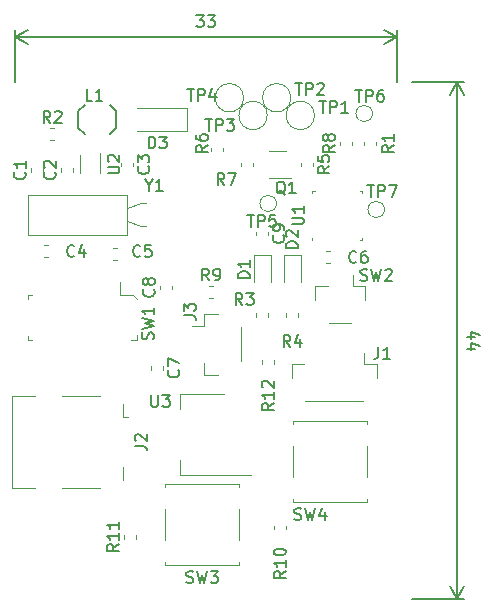
<source format=gbr>
G04 #@! TF.GenerationSoftware,KiCad,Pcbnew,5.1.2-f72e74a~84~ubuntu18.04.1*
G04 #@! TF.CreationDate,2019-05-19T10:24:28+02:00*
G04 #@! TF.ProjectId,lowpower,6c6f7770-6f77-4657-922e-6b696361645f,rev?*
G04 #@! TF.SameCoordinates,Original*
G04 #@! TF.FileFunction,Legend,Top*
G04 #@! TF.FilePolarity,Positive*
%FSLAX46Y46*%
G04 Gerber Fmt 4.6, Leading zero omitted, Abs format (unit mm)*
G04 Created by KiCad (PCBNEW 5.1.2-f72e74a~84~ubuntu18.04.1) date 2019-05-19 10:24:28*
%MOMM*%
%LPD*%
G04 APERTURE LIST*
%ADD10C,0.150000*%
%ADD11C,0.120000*%
%ADD12C,0.152400*%
%ADD13C,0.100000*%
G04 APERTURE END LIST*
D10*
X75707976Y-44507380D02*
X76327023Y-44507380D01*
X75993690Y-44888333D01*
X76136547Y-44888333D01*
X76231785Y-44935952D01*
X76279404Y-44983571D01*
X76327023Y-45078809D01*
X76327023Y-45316904D01*
X76279404Y-45412142D01*
X76231785Y-45459761D01*
X76136547Y-45507380D01*
X75850833Y-45507380D01*
X75755595Y-45459761D01*
X75707976Y-45412142D01*
X76660357Y-44507380D02*
X77279404Y-44507380D01*
X76946071Y-44888333D01*
X77088928Y-44888333D01*
X77184166Y-44935952D01*
X77231785Y-44983571D01*
X77279404Y-45078809D01*
X77279404Y-45316904D01*
X77231785Y-45412142D01*
X77184166Y-45459761D01*
X77088928Y-45507380D01*
X76803214Y-45507380D01*
X76707976Y-45459761D01*
X76660357Y-45412142D01*
X60325000Y-46355000D02*
X92710000Y-46355000D01*
X60325000Y-50165000D02*
X60325000Y-45768579D01*
X92710000Y-50165000D02*
X92710000Y-45768579D01*
X92710000Y-46355000D02*
X91583496Y-46941421D01*
X92710000Y-46355000D02*
X91583496Y-45768579D01*
X60325000Y-46355000D02*
X61451504Y-46941421D01*
X60325000Y-46355000D02*
X61451504Y-45768579D01*
X99304285Y-71786785D02*
X98637619Y-71786785D01*
X99685238Y-71548690D02*
X98970952Y-71310595D01*
X98970952Y-71929642D01*
X99304285Y-72739166D02*
X98637619Y-72739166D01*
X99685238Y-72501071D02*
X98970952Y-72262976D01*
X98970952Y-72882023D01*
X97790000Y-50165000D02*
X97790000Y-93980000D01*
X93980000Y-50165000D02*
X98376421Y-50165000D01*
X93980000Y-93980000D02*
X98376421Y-93980000D01*
X97790000Y-93980000D02*
X97203579Y-92853496D01*
X97790000Y-93980000D02*
X98376421Y-92853496D01*
X97790000Y-50165000D02*
X97203579Y-51291504D01*
X97790000Y-50165000D02*
X98376421Y-51291504D01*
D11*
X80770000Y-62829221D02*
X80770000Y-63154779D01*
X81790000Y-62829221D02*
X81790000Y-63154779D01*
X70986000Y-62352000D02*
X71436000Y-62352000D01*
X69836000Y-61947000D02*
X70986000Y-62352000D01*
X70986000Y-60452000D02*
X71436000Y-60452000D01*
X69836000Y-60857000D02*
X70986000Y-60452000D01*
X69836000Y-63102000D02*
X69836000Y-59702000D01*
X61436000Y-63102000D02*
X69836000Y-63102000D01*
X61436000Y-59702000D02*
X61436000Y-63102000D01*
X69836000Y-59702000D02*
X61436000Y-59702000D01*
X82298000Y-74051279D02*
X82298000Y-73725721D01*
X81278000Y-74051279D02*
X81278000Y-73725721D01*
X70614000Y-88834279D02*
X70614000Y-88508721D01*
X69594000Y-88834279D02*
X69594000Y-88508721D01*
X83314000Y-88046779D02*
X83314000Y-87721221D01*
X82294000Y-88046779D02*
X82294000Y-87721221D01*
X91632000Y-60960000D02*
G75*
G03X91632000Y-60960000I-700000J0D01*
G01*
X90616000Y-52832000D02*
G75*
G03X90616000Y-52832000I-700000J0D01*
G01*
X82488000Y-60452000D02*
G75*
G03X82488000Y-60452000I-700000J0D01*
G01*
X85700000Y-53000000D02*
G75*
G03X85700000Y-53000000I-1200000J0D01*
G01*
X74940000Y-52340000D02*
X70640000Y-52340000D01*
X74940000Y-54340000D02*
X74940000Y-52340000D01*
X70640000Y-54340000D02*
X74940000Y-54340000D01*
X76773721Y-68455000D02*
X77099279Y-68455000D01*
X76773721Y-67435000D02*
X77099279Y-67435000D01*
X73662000Y-67726779D02*
X73662000Y-67401221D01*
X72642000Y-67726779D02*
X72642000Y-67401221D01*
X71880000Y-74233721D02*
X71880000Y-74559279D01*
X72900000Y-74233721D02*
X72900000Y-74559279D01*
X88824000Y-70590000D02*
X86944000Y-70590000D01*
X85774000Y-67470000D02*
X86824000Y-67470000D01*
X85774000Y-68620000D02*
X85774000Y-67470000D01*
X88944000Y-67470000D02*
X88944000Y-66480000D01*
X89994000Y-67470000D02*
X88944000Y-67470000D01*
X89994000Y-68620000D02*
X89994000Y-67470000D01*
X79480000Y-70950000D02*
X79480000Y-73830000D01*
X76360000Y-75000000D02*
X76360000Y-73950000D01*
X77510000Y-75000000D02*
X76360000Y-75000000D01*
X76360000Y-70830000D02*
X75370000Y-70830000D01*
X76360000Y-69780000D02*
X76360000Y-70830000D01*
X77510000Y-69780000D02*
X76360000Y-69780000D01*
X89816000Y-77194000D02*
X84936000Y-77194000D01*
X83766000Y-74074000D02*
X84816000Y-74074000D01*
X83766000Y-75224000D02*
X83766000Y-74074000D01*
X89936000Y-74074000D02*
X89936000Y-73084000D01*
X90986000Y-74074000D02*
X89936000Y-74074000D01*
X90986000Y-75224000D02*
X90986000Y-74074000D01*
D12*
X68937000Y-52588000D02*
X68367740Y-52113617D01*
X66252260Y-52113617D02*
X65683000Y-52588000D01*
X65683000Y-52588000D02*
X65683000Y-54092000D01*
X65683000Y-54092000D02*
X66252260Y-54566383D01*
X68367740Y-54566383D02*
X68937000Y-54092000D01*
X68937000Y-54092000D02*
X68937000Y-52588000D01*
D13*
X70665000Y-68554000D02*
X70315000Y-68179000D01*
X70315000Y-68179000D02*
X69215000Y-68179000D01*
X69215000Y-68179000D02*
X69215000Y-67129000D01*
X70190000Y-72029000D02*
X70665000Y-72029000D01*
X70665000Y-72029000D02*
X70665000Y-71629000D01*
X61415000Y-68554000D02*
X61415000Y-68179000D01*
X61415000Y-68179000D02*
X61765000Y-68179000D01*
X61815000Y-72029000D02*
X61415000Y-72029000D01*
X61415000Y-72029000D02*
X61415000Y-71654000D01*
D11*
X83700000Y-51500000D02*
G75*
G03X83700000Y-51500000I-1200000J0D01*
G01*
X79700000Y-51500000D02*
G75*
G03X79700000Y-51500000I-1200000J0D01*
G01*
X81700000Y-53000000D02*
G75*
G03X81700000Y-53000000I-1200000J0D01*
G01*
X81850000Y-58310000D02*
X83750000Y-58310000D01*
X83250000Y-55990000D02*
X81850000Y-55990000D01*
X84580000Y-56987221D02*
X84580000Y-57312779D01*
X85600000Y-56987221D02*
X85600000Y-57312779D01*
X77980000Y-55717221D02*
X77980000Y-56042779D01*
X76960000Y-55717221D02*
X76960000Y-56042779D01*
X79500000Y-56987221D02*
X79500000Y-57312779D01*
X80520000Y-56987221D02*
X80520000Y-57312779D01*
X87882000Y-55534779D02*
X87882000Y-55209221D01*
X88902000Y-55534779D02*
X88902000Y-55209221D01*
X83845000Y-83596000D02*
X83845000Y-80996000D01*
X90145000Y-78846000D02*
X90145000Y-79096000D01*
X83845000Y-78846000D02*
X90145000Y-78846000D01*
X83845000Y-79096000D02*
X83845000Y-78846000D01*
X90145000Y-80996000D02*
X90145000Y-83596000D01*
X83845000Y-85746000D02*
X83845000Y-85496000D01*
X90145000Y-85746000D02*
X83845000Y-85746000D01*
X90145000Y-85496000D02*
X90145000Y-85746000D01*
X79350000Y-90830000D02*
X79350000Y-91080000D01*
X79350000Y-91080000D02*
X73050000Y-91080000D01*
X73050000Y-91080000D02*
X73050000Y-90830000D01*
X79350000Y-86330000D02*
X79350000Y-88930000D01*
X73050000Y-84430000D02*
X73050000Y-84180000D01*
X73050000Y-84180000D02*
X79350000Y-84180000D01*
X79350000Y-84180000D02*
X79350000Y-84430000D01*
X73050000Y-88930000D02*
X73050000Y-86330000D01*
X62740000Y-57795279D02*
X62740000Y-57469721D01*
X61720000Y-57795279D02*
X61720000Y-57469721D01*
X64260000Y-57795279D02*
X64260000Y-57469721D01*
X65280000Y-57795279D02*
X65280000Y-57469721D01*
X69340000Y-56987221D02*
X69340000Y-57312779D01*
X70360000Y-56987221D02*
X70360000Y-57312779D01*
X63154779Y-65026000D02*
X62829221Y-65026000D01*
X63154779Y-64006000D02*
X62829221Y-64006000D01*
X68971279Y-64260000D02*
X68645721Y-64260000D01*
X68971279Y-65280000D02*
X68645721Y-65280000D01*
X87030779Y-65534000D02*
X86705221Y-65534000D01*
X87030779Y-64514000D02*
X86705221Y-64514000D01*
X60130000Y-84560000D02*
X60130000Y-76740000D01*
X69450000Y-78540000D02*
X69880000Y-78540000D01*
X60130000Y-84560000D02*
X62080000Y-84560000D01*
X64300000Y-84560000D02*
X67530000Y-84560000D01*
X69450000Y-82760000D02*
X69450000Y-83840000D01*
X69450000Y-77460000D02*
X69450000Y-78540000D01*
X64300000Y-76740000D02*
X67530000Y-76740000D01*
X60130000Y-76740000D02*
X62080000Y-76740000D01*
X80545000Y-64783500D02*
X80545000Y-67068500D01*
X82015000Y-64783500D02*
X80545000Y-64783500D01*
X82015000Y-67068500D02*
X82015000Y-64783500D01*
X84555000Y-67068500D02*
X84555000Y-64783500D01*
X84555000Y-64783500D02*
X83085000Y-64783500D01*
X83085000Y-64783500D02*
X83085000Y-67068500D01*
X85520000Y-59583000D02*
X85520000Y-59358000D01*
X85520000Y-59358000D02*
X85745000Y-59358000D01*
X89740000Y-63353000D02*
X89740000Y-63578000D01*
X89740000Y-63578000D02*
X89515000Y-63578000D01*
X89740000Y-59583000D02*
X89740000Y-59358000D01*
X89740000Y-59358000D02*
X89515000Y-59358000D01*
X85520000Y-63353000D02*
X85520000Y-63578000D01*
X67585000Y-56205000D02*
X67585000Y-57905000D01*
X65885000Y-56355000D02*
X65885000Y-57905000D01*
X74290000Y-76600000D02*
X74290000Y-77860000D01*
X74290000Y-83420000D02*
X74290000Y-82160000D01*
X78050000Y-76600000D02*
X74290000Y-76600000D01*
X80300000Y-83420000D02*
X74290000Y-83420000D01*
X84330000Y-70038279D02*
X84330000Y-69712721D01*
X83310000Y-70038279D02*
X83310000Y-69712721D01*
X89914000Y-55534779D02*
X89914000Y-55209221D01*
X90934000Y-55534779D02*
X90934000Y-55209221D01*
X63337221Y-55120000D02*
X63662779Y-55120000D01*
X63337221Y-54100000D02*
X63662779Y-54100000D01*
X80770000Y-70038279D02*
X80770000Y-69712721D01*
X81790000Y-70038279D02*
X81790000Y-69712721D01*
D10*
X83067142Y-63158666D02*
X83114761Y-63206285D01*
X83162380Y-63349142D01*
X83162380Y-63444380D01*
X83114761Y-63587238D01*
X83019523Y-63682476D01*
X82924285Y-63730095D01*
X82733809Y-63777714D01*
X82590952Y-63777714D01*
X82400476Y-63730095D01*
X82305238Y-63682476D01*
X82210000Y-63587238D01*
X82162380Y-63444380D01*
X82162380Y-63349142D01*
X82210000Y-63206285D01*
X82257619Y-63158666D01*
X83162380Y-62682476D02*
X83162380Y-62492000D01*
X83114761Y-62396761D01*
X83067142Y-62349142D01*
X82924285Y-62253904D01*
X82733809Y-62206285D01*
X82352857Y-62206285D01*
X82257619Y-62253904D01*
X82210000Y-62301523D01*
X82162380Y-62396761D01*
X82162380Y-62587238D01*
X82210000Y-62682476D01*
X82257619Y-62730095D01*
X82352857Y-62777714D01*
X82590952Y-62777714D01*
X82686190Y-62730095D01*
X82733809Y-62682476D01*
X82781428Y-62587238D01*
X82781428Y-62396761D01*
X82733809Y-62301523D01*
X82686190Y-62253904D01*
X82590952Y-62206285D01*
X71659809Y-58904190D02*
X71659809Y-59380380D01*
X71326476Y-58380380D02*
X71659809Y-58904190D01*
X71993142Y-58380380D01*
X72850285Y-59380380D02*
X72278857Y-59380380D01*
X72564571Y-59380380D02*
X72564571Y-58380380D01*
X72469333Y-58523238D01*
X72374095Y-58618476D01*
X72278857Y-58666095D01*
X82240380Y-77350857D02*
X81764190Y-77684190D01*
X82240380Y-77922285D02*
X81240380Y-77922285D01*
X81240380Y-77541333D01*
X81288000Y-77446095D01*
X81335619Y-77398476D01*
X81430857Y-77350857D01*
X81573714Y-77350857D01*
X81668952Y-77398476D01*
X81716571Y-77446095D01*
X81764190Y-77541333D01*
X81764190Y-77922285D01*
X82240380Y-76398476D02*
X82240380Y-76969904D01*
X82240380Y-76684190D02*
X81240380Y-76684190D01*
X81383238Y-76779428D01*
X81478476Y-76874666D01*
X81526095Y-76969904D01*
X81335619Y-76017523D02*
X81288000Y-75969904D01*
X81240380Y-75874666D01*
X81240380Y-75636571D01*
X81288000Y-75541333D01*
X81335619Y-75493714D01*
X81430857Y-75446095D01*
X81526095Y-75446095D01*
X81668952Y-75493714D01*
X82240380Y-76065142D01*
X82240380Y-75446095D01*
X69126380Y-89314357D02*
X68650190Y-89647690D01*
X69126380Y-89885785D02*
X68126380Y-89885785D01*
X68126380Y-89504833D01*
X68174000Y-89409595D01*
X68221619Y-89361976D01*
X68316857Y-89314357D01*
X68459714Y-89314357D01*
X68554952Y-89361976D01*
X68602571Y-89409595D01*
X68650190Y-89504833D01*
X68650190Y-89885785D01*
X69126380Y-88361976D02*
X69126380Y-88933404D01*
X69126380Y-88647690D02*
X68126380Y-88647690D01*
X68269238Y-88742928D01*
X68364476Y-88838166D01*
X68412095Y-88933404D01*
X69126380Y-87409595D02*
X69126380Y-87981023D01*
X69126380Y-87695309D02*
X68126380Y-87695309D01*
X68269238Y-87790547D01*
X68364476Y-87885785D01*
X68412095Y-87981023D01*
X83256380Y-91574857D02*
X82780190Y-91908190D01*
X83256380Y-92146285D02*
X82256380Y-92146285D01*
X82256380Y-91765333D01*
X82304000Y-91670095D01*
X82351619Y-91622476D01*
X82446857Y-91574857D01*
X82589714Y-91574857D01*
X82684952Y-91622476D01*
X82732571Y-91670095D01*
X82780190Y-91765333D01*
X82780190Y-92146285D01*
X83256380Y-90622476D02*
X83256380Y-91193904D01*
X83256380Y-90908190D02*
X82256380Y-90908190D01*
X82399238Y-91003428D01*
X82494476Y-91098666D01*
X82542095Y-91193904D01*
X82256380Y-90003428D02*
X82256380Y-89908190D01*
X82304000Y-89812952D01*
X82351619Y-89765333D01*
X82446857Y-89717714D01*
X82637333Y-89670095D01*
X82875428Y-89670095D01*
X83065904Y-89717714D01*
X83161142Y-89765333D01*
X83208761Y-89812952D01*
X83256380Y-89908190D01*
X83256380Y-90003428D01*
X83208761Y-90098666D01*
X83161142Y-90146285D01*
X83065904Y-90193904D01*
X82875428Y-90241523D01*
X82637333Y-90241523D01*
X82446857Y-90193904D01*
X82351619Y-90146285D01*
X82304000Y-90098666D01*
X82256380Y-90003428D01*
X90178095Y-58888380D02*
X90749523Y-58888380D01*
X90463809Y-59888380D02*
X90463809Y-58888380D01*
X91082857Y-59888380D02*
X91082857Y-58888380D01*
X91463809Y-58888380D01*
X91559047Y-58936000D01*
X91606666Y-58983619D01*
X91654285Y-59078857D01*
X91654285Y-59221714D01*
X91606666Y-59316952D01*
X91559047Y-59364571D01*
X91463809Y-59412190D01*
X91082857Y-59412190D01*
X91987619Y-58888380D02*
X92654285Y-58888380D01*
X92225714Y-59888380D01*
X89162095Y-50836380D02*
X89733523Y-50836380D01*
X89447809Y-51836380D02*
X89447809Y-50836380D01*
X90066857Y-51836380D02*
X90066857Y-50836380D01*
X90447809Y-50836380D01*
X90543047Y-50884000D01*
X90590666Y-50931619D01*
X90638285Y-51026857D01*
X90638285Y-51169714D01*
X90590666Y-51264952D01*
X90543047Y-51312571D01*
X90447809Y-51360190D01*
X90066857Y-51360190D01*
X91495428Y-50836380D02*
X91304952Y-50836380D01*
X91209714Y-50884000D01*
X91162095Y-50931619D01*
X91066857Y-51074476D01*
X91019238Y-51264952D01*
X91019238Y-51645904D01*
X91066857Y-51741142D01*
X91114476Y-51788761D01*
X91209714Y-51836380D01*
X91400190Y-51836380D01*
X91495428Y-51788761D01*
X91543047Y-51741142D01*
X91590666Y-51645904D01*
X91590666Y-51407809D01*
X91543047Y-51312571D01*
X91495428Y-51264952D01*
X91400190Y-51217333D01*
X91209714Y-51217333D01*
X91114476Y-51264952D01*
X91066857Y-51312571D01*
X91019238Y-51407809D01*
X80018095Y-61428380D02*
X80589523Y-61428380D01*
X80303809Y-62428380D02*
X80303809Y-61428380D01*
X80922857Y-62428380D02*
X80922857Y-61428380D01*
X81303809Y-61428380D01*
X81399047Y-61476000D01*
X81446666Y-61523619D01*
X81494285Y-61618857D01*
X81494285Y-61761714D01*
X81446666Y-61856952D01*
X81399047Y-61904571D01*
X81303809Y-61952190D01*
X80922857Y-61952190D01*
X82399047Y-61428380D02*
X81922857Y-61428380D01*
X81875238Y-61904571D01*
X81922857Y-61856952D01*
X82018095Y-61809333D01*
X82256190Y-61809333D01*
X82351428Y-61856952D01*
X82399047Y-61904571D01*
X82446666Y-61999809D01*
X82446666Y-62237904D01*
X82399047Y-62333142D01*
X82351428Y-62380761D01*
X82256190Y-62428380D01*
X82018095Y-62428380D01*
X81922857Y-62380761D01*
X81875238Y-62333142D01*
X86114095Y-51776380D02*
X86685523Y-51776380D01*
X86399809Y-52776380D02*
X86399809Y-51776380D01*
X87018857Y-52776380D02*
X87018857Y-51776380D01*
X87399809Y-51776380D01*
X87495047Y-51824000D01*
X87542666Y-51871619D01*
X87590285Y-51966857D01*
X87590285Y-52109714D01*
X87542666Y-52204952D01*
X87495047Y-52252571D01*
X87399809Y-52300190D01*
X87018857Y-52300190D01*
X88542666Y-52776380D02*
X87971238Y-52776380D01*
X88256952Y-52776380D02*
X88256952Y-51776380D01*
X88161714Y-51919238D01*
X88066476Y-52014476D01*
X87971238Y-52062095D01*
X71651904Y-55792380D02*
X71651904Y-54792380D01*
X71890000Y-54792380D01*
X72032857Y-54840000D01*
X72128095Y-54935238D01*
X72175714Y-55030476D01*
X72223333Y-55220952D01*
X72223333Y-55363809D01*
X72175714Y-55554285D01*
X72128095Y-55649523D01*
X72032857Y-55744761D01*
X71890000Y-55792380D01*
X71651904Y-55792380D01*
X72556666Y-54792380D02*
X73175714Y-54792380D01*
X72842380Y-55173333D01*
X72985238Y-55173333D01*
X73080476Y-55220952D01*
X73128095Y-55268571D01*
X73175714Y-55363809D01*
X73175714Y-55601904D01*
X73128095Y-55697142D01*
X73080476Y-55744761D01*
X72985238Y-55792380D01*
X72699523Y-55792380D01*
X72604285Y-55744761D01*
X72556666Y-55697142D01*
X76769833Y-66967380D02*
X76436500Y-66491190D01*
X76198404Y-66967380D02*
X76198404Y-65967380D01*
X76579357Y-65967380D01*
X76674595Y-66015000D01*
X76722214Y-66062619D01*
X76769833Y-66157857D01*
X76769833Y-66300714D01*
X76722214Y-66395952D01*
X76674595Y-66443571D01*
X76579357Y-66491190D01*
X76198404Y-66491190D01*
X77246023Y-66967380D02*
X77436500Y-66967380D01*
X77531738Y-66919761D01*
X77579357Y-66872142D01*
X77674595Y-66729285D01*
X77722214Y-66538809D01*
X77722214Y-66157857D01*
X77674595Y-66062619D01*
X77626976Y-66015000D01*
X77531738Y-65967380D01*
X77341261Y-65967380D01*
X77246023Y-66015000D01*
X77198404Y-66062619D01*
X77150785Y-66157857D01*
X77150785Y-66395952D01*
X77198404Y-66491190D01*
X77246023Y-66538809D01*
X77341261Y-66586428D01*
X77531738Y-66586428D01*
X77626976Y-66538809D01*
X77674595Y-66491190D01*
X77722214Y-66395952D01*
X72079142Y-67730666D02*
X72126761Y-67778285D01*
X72174380Y-67921142D01*
X72174380Y-68016380D01*
X72126761Y-68159238D01*
X72031523Y-68254476D01*
X71936285Y-68302095D01*
X71745809Y-68349714D01*
X71602952Y-68349714D01*
X71412476Y-68302095D01*
X71317238Y-68254476D01*
X71222000Y-68159238D01*
X71174380Y-68016380D01*
X71174380Y-67921142D01*
X71222000Y-67778285D01*
X71269619Y-67730666D01*
X71602952Y-67159238D02*
X71555333Y-67254476D01*
X71507714Y-67302095D01*
X71412476Y-67349714D01*
X71364857Y-67349714D01*
X71269619Y-67302095D01*
X71222000Y-67254476D01*
X71174380Y-67159238D01*
X71174380Y-66968761D01*
X71222000Y-66873523D01*
X71269619Y-66825904D01*
X71364857Y-66778285D01*
X71412476Y-66778285D01*
X71507714Y-66825904D01*
X71555333Y-66873523D01*
X71602952Y-66968761D01*
X71602952Y-67159238D01*
X71650571Y-67254476D01*
X71698190Y-67302095D01*
X71793428Y-67349714D01*
X71983904Y-67349714D01*
X72079142Y-67302095D01*
X72126761Y-67254476D01*
X72174380Y-67159238D01*
X72174380Y-66968761D01*
X72126761Y-66873523D01*
X72079142Y-66825904D01*
X71983904Y-66778285D01*
X71793428Y-66778285D01*
X71698190Y-66825904D01*
X71650571Y-66873523D01*
X71602952Y-66968761D01*
X74177142Y-74563166D02*
X74224761Y-74610785D01*
X74272380Y-74753642D01*
X74272380Y-74848880D01*
X74224761Y-74991738D01*
X74129523Y-75086976D01*
X74034285Y-75134595D01*
X73843809Y-75182214D01*
X73700952Y-75182214D01*
X73510476Y-75134595D01*
X73415238Y-75086976D01*
X73320000Y-74991738D01*
X73272380Y-74848880D01*
X73272380Y-74753642D01*
X73320000Y-74610785D01*
X73367619Y-74563166D01*
X73272380Y-74229833D02*
X73272380Y-73563166D01*
X74272380Y-73991738D01*
X89598666Y-66952761D02*
X89741523Y-67000380D01*
X89979619Y-67000380D01*
X90074857Y-66952761D01*
X90122476Y-66905142D01*
X90170095Y-66809904D01*
X90170095Y-66714666D01*
X90122476Y-66619428D01*
X90074857Y-66571809D01*
X89979619Y-66524190D01*
X89789142Y-66476571D01*
X89693904Y-66428952D01*
X89646285Y-66381333D01*
X89598666Y-66286095D01*
X89598666Y-66190857D01*
X89646285Y-66095619D01*
X89693904Y-66048000D01*
X89789142Y-66000380D01*
X90027238Y-66000380D01*
X90170095Y-66048000D01*
X90503428Y-66000380D02*
X90741523Y-67000380D01*
X90932000Y-66286095D01*
X91122476Y-67000380D01*
X91360571Y-66000380D01*
X91693904Y-66095619D02*
X91741523Y-66048000D01*
X91836761Y-66000380D01*
X92074857Y-66000380D01*
X92170095Y-66048000D01*
X92217714Y-66095619D01*
X92265333Y-66190857D01*
X92265333Y-66286095D01*
X92217714Y-66428952D01*
X91646285Y-67000380D01*
X92265333Y-67000380D01*
X74636380Y-69929333D02*
X75350666Y-69929333D01*
X75493523Y-69976952D01*
X75588761Y-70072190D01*
X75636380Y-70215047D01*
X75636380Y-70310285D01*
X74636380Y-69548380D02*
X74636380Y-68929333D01*
X75017333Y-69262666D01*
X75017333Y-69119809D01*
X75064952Y-69024571D01*
X75112571Y-68976952D01*
X75207809Y-68929333D01*
X75445904Y-68929333D01*
X75541142Y-68976952D01*
X75588761Y-69024571D01*
X75636380Y-69119809D01*
X75636380Y-69405523D01*
X75588761Y-69500761D01*
X75541142Y-69548380D01*
X91106666Y-72604380D02*
X91106666Y-73318666D01*
X91059047Y-73461523D01*
X90963809Y-73556761D01*
X90820952Y-73604380D01*
X90725714Y-73604380D01*
X92106666Y-73604380D02*
X91535238Y-73604380D01*
X91820952Y-73604380D02*
X91820952Y-72604380D01*
X91725714Y-72747238D01*
X91630476Y-72842476D01*
X91535238Y-72890095D01*
X66889333Y-51760380D02*
X66413142Y-51760380D01*
X66413142Y-50760380D01*
X67746476Y-51760380D02*
X67175047Y-51760380D01*
X67460761Y-51760380D02*
X67460761Y-50760380D01*
X67365523Y-50903238D01*
X67270285Y-50998476D01*
X67175047Y-51046095D01*
X72032761Y-71945333D02*
X72080380Y-71802476D01*
X72080380Y-71564380D01*
X72032761Y-71469142D01*
X71985142Y-71421523D01*
X71889904Y-71373904D01*
X71794666Y-71373904D01*
X71699428Y-71421523D01*
X71651809Y-71469142D01*
X71604190Y-71564380D01*
X71556571Y-71754857D01*
X71508952Y-71850095D01*
X71461333Y-71897714D01*
X71366095Y-71945333D01*
X71270857Y-71945333D01*
X71175619Y-71897714D01*
X71128000Y-71850095D01*
X71080380Y-71754857D01*
X71080380Y-71516761D01*
X71128000Y-71373904D01*
X71080380Y-71040571D02*
X72080380Y-70802476D01*
X71366095Y-70612000D01*
X72080380Y-70421523D01*
X71080380Y-70183428D01*
X72080380Y-69278666D02*
X72080380Y-69850095D01*
X72080380Y-69564380D02*
X71080380Y-69564380D01*
X71223238Y-69659619D01*
X71318476Y-69754857D01*
X71366095Y-69850095D01*
X84082095Y-50252380D02*
X84653523Y-50252380D01*
X84367809Y-51252380D02*
X84367809Y-50252380D01*
X84986857Y-51252380D02*
X84986857Y-50252380D01*
X85367809Y-50252380D01*
X85463047Y-50300000D01*
X85510666Y-50347619D01*
X85558285Y-50442857D01*
X85558285Y-50585714D01*
X85510666Y-50680952D01*
X85463047Y-50728571D01*
X85367809Y-50776190D01*
X84986857Y-50776190D01*
X85939238Y-50347619D02*
X85986857Y-50300000D01*
X86082095Y-50252380D01*
X86320190Y-50252380D01*
X86415428Y-50300000D01*
X86463047Y-50347619D01*
X86510666Y-50442857D01*
X86510666Y-50538095D01*
X86463047Y-50680952D01*
X85891619Y-51252380D01*
X86510666Y-51252380D01*
X74938095Y-50760380D02*
X75509523Y-50760380D01*
X75223809Y-51760380D02*
X75223809Y-50760380D01*
X75842857Y-51760380D02*
X75842857Y-50760380D01*
X76223809Y-50760380D01*
X76319047Y-50808000D01*
X76366666Y-50855619D01*
X76414285Y-50950857D01*
X76414285Y-51093714D01*
X76366666Y-51188952D01*
X76319047Y-51236571D01*
X76223809Y-51284190D01*
X75842857Y-51284190D01*
X77271428Y-51093714D02*
X77271428Y-51760380D01*
X77033333Y-50712761D02*
X76795238Y-51427047D01*
X77414285Y-51427047D01*
X76462095Y-53300380D02*
X77033523Y-53300380D01*
X76747809Y-54300380D02*
X76747809Y-53300380D01*
X77366857Y-54300380D02*
X77366857Y-53300380D01*
X77747809Y-53300380D01*
X77843047Y-53348000D01*
X77890666Y-53395619D01*
X77938285Y-53490857D01*
X77938285Y-53633714D01*
X77890666Y-53728952D01*
X77843047Y-53776571D01*
X77747809Y-53824190D01*
X77366857Y-53824190D01*
X78271619Y-53300380D02*
X78890666Y-53300380D01*
X78557333Y-53681333D01*
X78700190Y-53681333D01*
X78795428Y-53728952D01*
X78843047Y-53776571D01*
X78890666Y-53871809D01*
X78890666Y-54109904D01*
X78843047Y-54205142D01*
X78795428Y-54252761D01*
X78700190Y-54300380D01*
X78414476Y-54300380D01*
X78319238Y-54252761D01*
X78271619Y-54205142D01*
X83216761Y-59697619D02*
X83121523Y-59650000D01*
X83026285Y-59554761D01*
X82883428Y-59411904D01*
X82788190Y-59364285D01*
X82692952Y-59364285D01*
X82740571Y-59602380D02*
X82645333Y-59554761D01*
X82550095Y-59459523D01*
X82502476Y-59269047D01*
X82502476Y-58935714D01*
X82550095Y-58745238D01*
X82645333Y-58650000D01*
X82740571Y-58602380D01*
X82931047Y-58602380D01*
X83026285Y-58650000D01*
X83121523Y-58745238D01*
X83169142Y-58935714D01*
X83169142Y-59269047D01*
X83121523Y-59459523D01*
X83026285Y-59554761D01*
X82931047Y-59602380D01*
X82740571Y-59602380D01*
X84121523Y-59602380D02*
X83550095Y-59602380D01*
X83835809Y-59602380D02*
X83835809Y-58602380D01*
X83740571Y-58745238D01*
X83645333Y-58840476D01*
X83550095Y-58888095D01*
X86972380Y-57316666D02*
X86496190Y-57650000D01*
X86972380Y-57888095D02*
X85972380Y-57888095D01*
X85972380Y-57507142D01*
X86020000Y-57411904D01*
X86067619Y-57364285D01*
X86162857Y-57316666D01*
X86305714Y-57316666D01*
X86400952Y-57364285D01*
X86448571Y-57411904D01*
X86496190Y-57507142D01*
X86496190Y-57888095D01*
X85972380Y-56411904D02*
X85972380Y-56888095D01*
X86448571Y-56935714D01*
X86400952Y-56888095D01*
X86353333Y-56792857D01*
X86353333Y-56554761D01*
X86400952Y-56459523D01*
X86448571Y-56411904D01*
X86543809Y-56364285D01*
X86781904Y-56364285D01*
X86877142Y-56411904D01*
X86924761Y-56459523D01*
X86972380Y-56554761D01*
X86972380Y-56792857D01*
X86924761Y-56888095D01*
X86877142Y-56935714D01*
X76652380Y-55538666D02*
X76176190Y-55872000D01*
X76652380Y-56110095D02*
X75652380Y-56110095D01*
X75652380Y-55729142D01*
X75700000Y-55633904D01*
X75747619Y-55586285D01*
X75842857Y-55538666D01*
X75985714Y-55538666D01*
X76080952Y-55586285D01*
X76128571Y-55633904D01*
X76176190Y-55729142D01*
X76176190Y-56110095D01*
X75652380Y-54681523D02*
X75652380Y-54872000D01*
X75700000Y-54967238D01*
X75747619Y-55014857D01*
X75890476Y-55110095D01*
X76080952Y-55157714D01*
X76461904Y-55157714D01*
X76557142Y-55110095D01*
X76604761Y-55062476D01*
X76652380Y-54967238D01*
X76652380Y-54776761D01*
X76604761Y-54681523D01*
X76557142Y-54633904D01*
X76461904Y-54586285D01*
X76223809Y-54586285D01*
X76128571Y-54633904D01*
X76080952Y-54681523D01*
X76033333Y-54776761D01*
X76033333Y-54967238D01*
X76080952Y-55062476D01*
X76128571Y-55110095D01*
X76223809Y-55157714D01*
X78065333Y-58872380D02*
X77732000Y-58396190D01*
X77493904Y-58872380D02*
X77493904Y-57872380D01*
X77874857Y-57872380D01*
X77970095Y-57920000D01*
X78017714Y-57967619D01*
X78065333Y-58062857D01*
X78065333Y-58205714D01*
X78017714Y-58300952D01*
X77970095Y-58348571D01*
X77874857Y-58396190D01*
X77493904Y-58396190D01*
X78398666Y-57872380D02*
X79065333Y-57872380D01*
X78636761Y-58872380D01*
X87414380Y-55538666D02*
X86938190Y-55872000D01*
X87414380Y-56110095D02*
X86414380Y-56110095D01*
X86414380Y-55729142D01*
X86462000Y-55633904D01*
X86509619Y-55586285D01*
X86604857Y-55538666D01*
X86747714Y-55538666D01*
X86842952Y-55586285D01*
X86890571Y-55633904D01*
X86938190Y-55729142D01*
X86938190Y-56110095D01*
X86842952Y-54967238D02*
X86795333Y-55062476D01*
X86747714Y-55110095D01*
X86652476Y-55157714D01*
X86604857Y-55157714D01*
X86509619Y-55110095D01*
X86462000Y-55062476D01*
X86414380Y-54967238D01*
X86414380Y-54776761D01*
X86462000Y-54681523D01*
X86509619Y-54633904D01*
X86604857Y-54586285D01*
X86652476Y-54586285D01*
X86747714Y-54633904D01*
X86795333Y-54681523D01*
X86842952Y-54776761D01*
X86842952Y-54967238D01*
X86890571Y-55062476D01*
X86938190Y-55110095D01*
X87033428Y-55157714D01*
X87223904Y-55157714D01*
X87319142Y-55110095D01*
X87366761Y-55062476D01*
X87414380Y-54967238D01*
X87414380Y-54776761D01*
X87366761Y-54681523D01*
X87319142Y-54633904D01*
X87223904Y-54586285D01*
X87033428Y-54586285D01*
X86938190Y-54633904D01*
X86890571Y-54681523D01*
X86842952Y-54776761D01*
X84010666Y-87200761D02*
X84153523Y-87248380D01*
X84391619Y-87248380D01*
X84486857Y-87200761D01*
X84534476Y-87153142D01*
X84582095Y-87057904D01*
X84582095Y-86962666D01*
X84534476Y-86867428D01*
X84486857Y-86819809D01*
X84391619Y-86772190D01*
X84201142Y-86724571D01*
X84105904Y-86676952D01*
X84058285Y-86629333D01*
X84010666Y-86534095D01*
X84010666Y-86438857D01*
X84058285Y-86343619D01*
X84105904Y-86296000D01*
X84201142Y-86248380D01*
X84439238Y-86248380D01*
X84582095Y-86296000D01*
X84915428Y-86248380D02*
X85153523Y-87248380D01*
X85344000Y-86534095D01*
X85534476Y-87248380D01*
X85772571Y-86248380D01*
X86582095Y-86581714D02*
X86582095Y-87248380D01*
X86344000Y-86200761D02*
X86105904Y-86915047D01*
X86724952Y-86915047D01*
X74866666Y-92534761D02*
X75009523Y-92582380D01*
X75247619Y-92582380D01*
X75342857Y-92534761D01*
X75390476Y-92487142D01*
X75438095Y-92391904D01*
X75438095Y-92296666D01*
X75390476Y-92201428D01*
X75342857Y-92153809D01*
X75247619Y-92106190D01*
X75057142Y-92058571D01*
X74961904Y-92010952D01*
X74914285Y-91963333D01*
X74866666Y-91868095D01*
X74866666Y-91772857D01*
X74914285Y-91677619D01*
X74961904Y-91630000D01*
X75057142Y-91582380D01*
X75295238Y-91582380D01*
X75438095Y-91630000D01*
X75771428Y-91582380D02*
X76009523Y-92582380D01*
X76200000Y-91868095D01*
X76390476Y-92582380D01*
X76628571Y-91582380D01*
X76914285Y-91582380D02*
X77533333Y-91582380D01*
X77200000Y-91963333D01*
X77342857Y-91963333D01*
X77438095Y-92010952D01*
X77485714Y-92058571D01*
X77533333Y-92153809D01*
X77533333Y-92391904D01*
X77485714Y-92487142D01*
X77438095Y-92534761D01*
X77342857Y-92582380D01*
X77057142Y-92582380D01*
X76961904Y-92534761D01*
X76914285Y-92487142D01*
X61157142Y-57799166D02*
X61204761Y-57846785D01*
X61252380Y-57989642D01*
X61252380Y-58084880D01*
X61204761Y-58227738D01*
X61109523Y-58322976D01*
X61014285Y-58370595D01*
X60823809Y-58418214D01*
X60680952Y-58418214D01*
X60490476Y-58370595D01*
X60395238Y-58322976D01*
X60300000Y-58227738D01*
X60252380Y-58084880D01*
X60252380Y-57989642D01*
X60300000Y-57846785D01*
X60347619Y-57799166D01*
X61252380Y-56846785D02*
X61252380Y-57418214D01*
X61252380Y-57132500D02*
X60252380Y-57132500D01*
X60395238Y-57227738D01*
X60490476Y-57322976D01*
X60538095Y-57418214D01*
X63697142Y-57799166D02*
X63744761Y-57846785D01*
X63792380Y-57989642D01*
X63792380Y-58084880D01*
X63744761Y-58227738D01*
X63649523Y-58322976D01*
X63554285Y-58370595D01*
X63363809Y-58418214D01*
X63220952Y-58418214D01*
X63030476Y-58370595D01*
X62935238Y-58322976D01*
X62840000Y-58227738D01*
X62792380Y-58084880D01*
X62792380Y-57989642D01*
X62840000Y-57846785D01*
X62887619Y-57799166D01*
X62887619Y-57418214D02*
X62840000Y-57370595D01*
X62792380Y-57275357D01*
X62792380Y-57037261D01*
X62840000Y-56942023D01*
X62887619Y-56894404D01*
X62982857Y-56846785D01*
X63078095Y-56846785D01*
X63220952Y-56894404D01*
X63792380Y-57465833D01*
X63792380Y-56846785D01*
X71637142Y-57316666D02*
X71684761Y-57364285D01*
X71732380Y-57507142D01*
X71732380Y-57602380D01*
X71684761Y-57745238D01*
X71589523Y-57840476D01*
X71494285Y-57888095D01*
X71303809Y-57935714D01*
X71160952Y-57935714D01*
X70970476Y-57888095D01*
X70875238Y-57840476D01*
X70780000Y-57745238D01*
X70732380Y-57602380D01*
X70732380Y-57507142D01*
X70780000Y-57364285D01*
X70827619Y-57316666D01*
X70732380Y-56983333D02*
X70732380Y-56364285D01*
X71113333Y-56697619D01*
X71113333Y-56554761D01*
X71160952Y-56459523D01*
X71208571Y-56411904D01*
X71303809Y-56364285D01*
X71541904Y-56364285D01*
X71637142Y-56411904D01*
X71684761Y-56459523D01*
X71732380Y-56554761D01*
X71732380Y-56840476D01*
X71684761Y-56935714D01*
X71637142Y-56983333D01*
X65365333Y-64873142D02*
X65317714Y-64920761D01*
X65174857Y-64968380D01*
X65079619Y-64968380D01*
X64936761Y-64920761D01*
X64841523Y-64825523D01*
X64793904Y-64730285D01*
X64746285Y-64539809D01*
X64746285Y-64396952D01*
X64793904Y-64206476D01*
X64841523Y-64111238D01*
X64936761Y-64016000D01*
X65079619Y-63968380D01*
X65174857Y-63968380D01*
X65317714Y-64016000D01*
X65365333Y-64063619D01*
X66222476Y-64301714D02*
X66222476Y-64968380D01*
X65984380Y-63920761D02*
X65746285Y-64635047D01*
X66365333Y-64635047D01*
X70953333Y-64873142D02*
X70905714Y-64920761D01*
X70762857Y-64968380D01*
X70667619Y-64968380D01*
X70524761Y-64920761D01*
X70429523Y-64825523D01*
X70381904Y-64730285D01*
X70334285Y-64539809D01*
X70334285Y-64396952D01*
X70381904Y-64206476D01*
X70429523Y-64111238D01*
X70524761Y-64016000D01*
X70667619Y-63968380D01*
X70762857Y-63968380D01*
X70905714Y-64016000D01*
X70953333Y-64063619D01*
X71858095Y-63968380D02*
X71381904Y-63968380D01*
X71334285Y-64444571D01*
X71381904Y-64396952D01*
X71477142Y-64349333D01*
X71715238Y-64349333D01*
X71810476Y-64396952D01*
X71858095Y-64444571D01*
X71905714Y-64539809D01*
X71905714Y-64777904D01*
X71858095Y-64873142D01*
X71810476Y-64920761D01*
X71715238Y-64968380D01*
X71477142Y-64968380D01*
X71381904Y-64920761D01*
X71334285Y-64873142D01*
X89241333Y-65381142D02*
X89193714Y-65428761D01*
X89050857Y-65476380D01*
X88955619Y-65476380D01*
X88812761Y-65428761D01*
X88717523Y-65333523D01*
X88669904Y-65238285D01*
X88622285Y-65047809D01*
X88622285Y-64904952D01*
X88669904Y-64714476D01*
X88717523Y-64619238D01*
X88812761Y-64524000D01*
X88955619Y-64476380D01*
X89050857Y-64476380D01*
X89193714Y-64524000D01*
X89241333Y-64571619D01*
X90098476Y-64476380D02*
X89908000Y-64476380D01*
X89812761Y-64524000D01*
X89765142Y-64571619D01*
X89669904Y-64714476D01*
X89622285Y-64904952D01*
X89622285Y-65285904D01*
X89669904Y-65381142D01*
X89717523Y-65428761D01*
X89812761Y-65476380D01*
X90003238Y-65476380D01*
X90098476Y-65428761D01*
X90146095Y-65381142D01*
X90193714Y-65285904D01*
X90193714Y-65047809D01*
X90146095Y-64952571D01*
X90098476Y-64904952D01*
X90003238Y-64857333D01*
X89812761Y-64857333D01*
X89717523Y-64904952D01*
X89669904Y-64952571D01*
X89622285Y-65047809D01*
X70492380Y-80983333D02*
X71206666Y-80983333D01*
X71349523Y-81030952D01*
X71444761Y-81126190D01*
X71492380Y-81269047D01*
X71492380Y-81364285D01*
X70587619Y-80554761D02*
X70540000Y-80507142D01*
X70492380Y-80411904D01*
X70492380Y-80173809D01*
X70540000Y-80078571D01*
X70587619Y-80030952D01*
X70682857Y-79983333D01*
X70778095Y-79983333D01*
X70920952Y-80030952D01*
X71492380Y-80602380D01*
X71492380Y-79983333D01*
X80208380Y-66778095D02*
X79208380Y-66778095D01*
X79208380Y-66540000D01*
X79256000Y-66397142D01*
X79351238Y-66301904D01*
X79446476Y-66254285D01*
X79636952Y-66206666D01*
X79779809Y-66206666D01*
X79970285Y-66254285D01*
X80065523Y-66301904D01*
X80160761Y-66397142D01*
X80208380Y-66540000D01*
X80208380Y-66778095D01*
X80208380Y-65254285D02*
X80208380Y-65825714D01*
X80208380Y-65540000D02*
X79208380Y-65540000D01*
X79351238Y-65635238D01*
X79446476Y-65730476D01*
X79494095Y-65825714D01*
X84272380Y-64238095D02*
X83272380Y-64238095D01*
X83272380Y-64000000D01*
X83320000Y-63857142D01*
X83415238Y-63761904D01*
X83510476Y-63714285D01*
X83700952Y-63666666D01*
X83843809Y-63666666D01*
X84034285Y-63714285D01*
X84129523Y-63761904D01*
X84224761Y-63857142D01*
X84272380Y-64000000D01*
X84272380Y-64238095D01*
X83367619Y-63285714D02*
X83320000Y-63238095D01*
X83272380Y-63142857D01*
X83272380Y-62904761D01*
X83320000Y-62809523D01*
X83367619Y-62761904D01*
X83462857Y-62714285D01*
X83558095Y-62714285D01*
X83700952Y-62761904D01*
X84272380Y-63333333D01*
X84272380Y-62714285D01*
X83782380Y-62229904D02*
X84591904Y-62229904D01*
X84687142Y-62182285D01*
X84734761Y-62134666D01*
X84782380Y-62039428D01*
X84782380Y-61848952D01*
X84734761Y-61753714D01*
X84687142Y-61706095D01*
X84591904Y-61658476D01*
X83782380Y-61658476D01*
X84782380Y-60658476D02*
X84782380Y-61229904D01*
X84782380Y-60944190D02*
X83782380Y-60944190D01*
X83925238Y-61039428D01*
X84020476Y-61134666D01*
X84068095Y-61229904D01*
X68187380Y-57911904D02*
X68996904Y-57911904D01*
X69092142Y-57864285D01*
X69139761Y-57816666D01*
X69187380Y-57721428D01*
X69187380Y-57530952D01*
X69139761Y-57435714D01*
X69092142Y-57388095D01*
X68996904Y-57340476D01*
X68187380Y-57340476D01*
X68282619Y-56911904D02*
X68235000Y-56864285D01*
X68187380Y-56769047D01*
X68187380Y-56530952D01*
X68235000Y-56435714D01*
X68282619Y-56388095D01*
X68377857Y-56340476D01*
X68473095Y-56340476D01*
X68615952Y-56388095D01*
X69187380Y-56959523D01*
X69187380Y-56340476D01*
X71882095Y-76668380D02*
X71882095Y-77477904D01*
X71929714Y-77573142D01*
X71977333Y-77620761D01*
X72072571Y-77668380D01*
X72263047Y-77668380D01*
X72358285Y-77620761D01*
X72405904Y-77573142D01*
X72453523Y-77477904D01*
X72453523Y-76668380D01*
X72834476Y-76668380D02*
X73453523Y-76668380D01*
X73120190Y-77049333D01*
X73263047Y-77049333D01*
X73358285Y-77096952D01*
X73405904Y-77144571D01*
X73453523Y-77239809D01*
X73453523Y-77477904D01*
X73405904Y-77573142D01*
X73358285Y-77620761D01*
X73263047Y-77668380D01*
X72977333Y-77668380D01*
X72882095Y-77620761D01*
X72834476Y-77573142D01*
X83653333Y-72588380D02*
X83320000Y-72112190D01*
X83081904Y-72588380D02*
X83081904Y-71588380D01*
X83462857Y-71588380D01*
X83558095Y-71636000D01*
X83605714Y-71683619D01*
X83653333Y-71778857D01*
X83653333Y-71921714D01*
X83605714Y-72016952D01*
X83558095Y-72064571D01*
X83462857Y-72112190D01*
X83081904Y-72112190D01*
X84510476Y-71921714D02*
X84510476Y-72588380D01*
X84272380Y-71540761D02*
X84034285Y-72255047D01*
X84653333Y-72255047D01*
X92400380Y-55538666D02*
X91924190Y-55872000D01*
X92400380Y-56110095D02*
X91400380Y-56110095D01*
X91400380Y-55729142D01*
X91448000Y-55633904D01*
X91495619Y-55586285D01*
X91590857Y-55538666D01*
X91733714Y-55538666D01*
X91828952Y-55586285D01*
X91876571Y-55633904D01*
X91924190Y-55729142D01*
X91924190Y-56110095D01*
X92400380Y-54586285D02*
X92400380Y-55157714D01*
X92400380Y-54872000D02*
X91400380Y-54872000D01*
X91543238Y-54967238D01*
X91638476Y-55062476D01*
X91686095Y-55157714D01*
X63333333Y-53632380D02*
X63000000Y-53156190D01*
X62761904Y-53632380D02*
X62761904Y-52632380D01*
X63142857Y-52632380D01*
X63238095Y-52680000D01*
X63285714Y-52727619D01*
X63333333Y-52822857D01*
X63333333Y-52965714D01*
X63285714Y-53060952D01*
X63238095Y-53108571D01*
X63142857Y-53156190D01*
X62761904Y-53156190D01*
X63714285Y-52727619D02*
X63761904Y-52680000D01*
X63857142Y-52632380D01*
X64095238Y-52632380D01*
X64190476Y-52680000D01*
X64238095Y-52727619D01*
X64285714Y-52822857D01*
X64285714Y-52918095D01*
X64238095Y-53060952D01*
X63666666Y-53632380D01*
X64285714Y-53632380D01*
X79589333Y-69032380D02*
X79256000Y-68556190D01*
X79017904Y-69032380D02*
X79017904Y-68032380D01*
X79398857Y-68032380D01*
X79494095Y-68080000D01*
X79541714Y-68127619D01*
X79589333Y-68222857D01*
X79589333Y-68365714D01*
X79541714Y-68460952D01*
X79494095Y-68508571D01*
X79398857Y-68556190D01*
X79017904Y-68556190D01*
X79922666Y-68032380D02*
X80541714Y-68032380D01*
X80208380Y-68413333D01*
X80351238Y-68413333D01*
X80446476Y-68460952D01*
X80494095Y-68508571D01*
X80541714Y-68603809D01*
X80541714Y-68841904D01*
X80494095Y-68937142D01*
X80446476Y-68984761D01*
X80351238Y-69032380D01*
X80065523Y-69032380D01*
X79970285Y-68984761D01*
X79922666Y-68937142D01*
M02*

</source>
